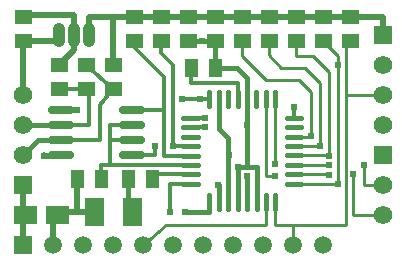
<source format=gbl>
G04 Layer: BottomLayer*
G04 EasyEDA v6.3.22, 2020-04-13T19:48:14+03:00*
G04 c1887ebba72c451f92d8c784103bdae8,b00fa10de7d64fab8ce431aff4cbea96,10*
G04 Gerber Generator version 0.2*
G04 Scale: 100 percent, Rotated: No, Reflected: No *
G04 Dimensions in inches *
G04 leading zeros omitted , absolute positions ,2 integer and 4 decimal *
%FSLAX24Y24*%
%MOIN*%
G90*
G70D02*

%ADD10C,0.010000*%
%ADD11C,0.012000*%
%ADD12C,0.016000*%
%ADD13C,0.020000*%
%ADD15C,0.024400*%
%ADD16C,0.024000*%
%ADD22C,0.062000*%
%ADD23R,0.062000X0.062000*%
%ADD24C,0.059000*%
%ADD25R,0.059000X0.059000*%
%ADD26C,0.039370*%
%ADD27C,0.009840*%
%ADD28C,0.017717*%
%ADD29C,0.027559*%

%LPD*%
G54D12*
G01X7114Y2019D02*
G01X7114Y2600D01*
G01X6800Y2019D02*
G01X6800Y1700D01*
G01X6000Y1700D01*
G54D11*
G01X6796Y5459D02*
G01X6500Y5459D01*
G01X9620Y4843D02*
G01X9620Y5200D01*
G01X9619Y5200D01*
G54D13*
G01X1744Y1600D02*
G01X1844Y1700D01*
G01X2969Y1700D01*
G54D11*
G01X3500Y4603D02*
G01X3500Y4090D01*
G54D13*
G01X3600Y6600D02*
G01X3600Y8200D01*
G01X600Y1600D02*
G01X600Y1600D01*
G01X600Y600D01*
G54D12*
G01X4100Y2800D02*
G01X4100Y1700D01*
G01X4230Y1700D01*
G01X6100Y7400D02*
G01X7000Y7400D01*
G54D13*
G01X6100Y8200D02*
G01X7000Y8200D01*
G01X5200Y8200D02*
G01X6100Y8200D01*
G01X11500Y8200D02*
G01X12600Y8200D01*
G01X12600Y7600D01*
G54D11*
G01X6180Y4519D02*
G01X6639Y4519D01*
G01X6169Y4840D02*
G01X6639Y4840D01*
G54D13*
G01X600Y1600D02*
G01X600Y1600D01*
G01X600Y2600D01*
G01X2400Y2800D02*
G01X2400Y1700D01*
G54D11*
G01X6170Y2951D02*
G01X5051Y2951D01*
G01X4900Y2800D01*
G01X3200Y2800D02*
G01X3200Y3265D01*
G01X3500Y3265D01*
G54D13*
G01X1850Y5089D02*
G01X2400Y5090D01*
G54D11*
G01X6170Y2639D02*
G01X5500Y2639D01*
G01X5500Y1700D01*
G01X3500Y4603D02*
G01X4230Y4603D01*
G01X4230Y3590D02*
G01X5000Y3590D01*
G01X5000Y3900D01*
G01X7741Y5460D02*
G01X7741Y6000D01*
G01X6200Y6000D01*
G01X6200Y6500D01*
G01X6169Y3265D02*
G01X3500Y3265D01*
G01X3500Y4090D01*
G01X4230Y4090D01*
G01X4230Y4590D02*
G01X4000Y4590D01*
G01X4000Y4600D01*
G01X6169Y3580D02*
G01X5300Y3580D01*
G01X4230Y5090D02*
G01X5298Y5090D01*
G01X5300Y5088D01*
G01X5300Y6200D02*
G01X4300Y7200D01*
G01X4300Y7400D01*
G01X5300Y3580D02*
G01X5300Y6200D01*
G01X5600Y6600D02*
G01X5200Y7000D01*
G01X5200Y7400D01*
G01X6169Y3894D02*
G01X5600Y3894D01*
G01X5600Y6600D01*
G54D13*
G01X4300Y8200D02*
G01X5200Y8200D01*
G01X4300Y8200D02*
G01X2800Y8200D01*
G54D12*
G01X7000Y7400D02*
G01X7000Y6500D01*
G01X8054Y5460D02*
G01X8054Y4605D01*
G01X8060Y4600D01*
G01X7000Y6500D02*
G01X7720Y6500D01*
G01X8060Y6159D01*
G01X8054Y5460D01*
G54D13*
G01X1859Y3580D02*
G01X1300Y3580D01*
G01X1300Y3600D01*
G54D12*
G01X8058Y2019D02*
G01X8058Y2900D01*
G01X8060Y2900D01*
G01X7744Y2019D02*
G01X7744Y3200D01*
G01X8373Y3200D01*
G01X8379Y3200D02*
G01X8380Y2019D01*
G54D10*
G01X9600Y600D02*
G01X9600Y1280D01*
G01X9200Y6500D02*
G01X10000Y6500D01*
G54D11*
G01X1800Y5800D02*
G01X2700Y5800D01*
G01X2700Y6600D02*
G01X3600Y5800D01*
G54D13*
G01X1800Y6600D02*
G01X2300Y7100D01*
G01X2300Y7600D01*
G01X600Y7400D02*
G01X1800Y7400D01*
G01X1800Y7600D01*
G01X600Y5600D02*
G01X600Y7400D01*
G01X600Y8280D02*
G01X2300Y8280D01*
G01X2300Y7600D01*
G01X2800Y7600D02*
G01X2800Y8200D01*
G54D11*
G01X1850Y4590D02*
G01X2800Y4590D01*
G01X2800Y5800D01*
G01X2700Y5800D01*
G01X1850Y4090D02*
G01X3140Y4090D01*
G01X3140Y5275D01*
G01X3600Y5800D01*
G54D12*
G01X600Y3600D02*
G01X1090Y4090D01*
G01X1850Y4090D01*
G01X600Y4600D02*
G01X1840Y4600D01*
G01X1850Y4590D01*
G54D10*
G01X8800Y6919D02*
G01X9200Y6500D01*
G01X7900Y6900D02*
G01X8700Y6100D01*
G01X9700Y7400D02*
G01X9700Y6900D01*
G01X8800Y7400D02*
G01X8800Y6919D01*
G01X7900Y7400D02*
G01X7900Y6900D01*
G01X8700Y2019D02*
G01X8700Y1280D01*
G01X5356Y1280D01*
G01X4600Y600D01*
G54D27*
G01X8680Y5459D02*
G01X8680Y2900D01*
G01X9000Y2900D01*
G54D10*
G01X9000Y5459D02*
G01X9000Y3300D01*
G01X11600Y2959D02*
G01X11600Y1600D01*
G01X12600Y1600D01*
G01X12600Y2600D02*
G01X11939Y2600D01*
G01X11939Y3259D01*
G01X11939Y3259D01*
G01X9619Y3584D02*
G01X10794Y3584D01*
G01X10800Y3580D01*
G54D13*
G01X10600Y8200D02*
G01X11500Y8200D01*
G01X9700Y8200D02*
G01X10600Y8200D01*
G01X8800Y8200D02*
G01X9700Y8200D01*
G01X7900Y8200D02*
G01X8800Y8200D01*
G01X7000Y8200D02*
G01X7900Y8200D01*
G54D10*
G01X9620Y3269D02*
G01X10750Y3269D01*
G01X10789Y3269D01*
G01X10800Y3259D01*
G01X9620Y2955D02*
G01X10785Y2955D01*
G01X10800Y2940D01*
G54D12*
G01X7430Y2019D02*
G01X7430Y4169D01*
G01X7119Y4480D01*
G01X7119Y5459D01*
G01X8060Y4600D02*
G01X8060Y3200D01*
G54D10*
G01X12600Y5600D02*
G01X11339Y5600D01*
G01X9620Y2639D02*
G01X11100Y2639D01*
G01X11100Y6900D01*
G01X10600Y7400D01*
G01X9003Y2019D02*
G01X9003Y1280D01*
G01X11339Y1280D01*
G01X11339Y7400D01*
G01X9619Y3898D02*
G01X10500Y3898D01*
G01X10500Y6000D01*
G01X10000Y6500D01*
G01X9619Y4213D02*
G01X10180Y4213D01*
G01X10180Y5700D01*
G01X9800Y6100D01*
G01X8700Y6100D01*
G01X10800Y3580D02*
G01X10800Y6360D01*
G01X10260Y6900D01*
G01X9700Y6900D01*
G54D13*
G01X1600Y600D02*
G01X1600Y1600D01*
G54D11*
G01X5900Y5459D02*
G01X6500Y5459D01*
G54D28*
G01X9856Y2640D02*
G01X9383Y2640D01*
G01X9856Y2955D02*
G01X9383Y2955D01*
G01X9856Y3269D02*
G01X9383Y3269D01*
G01X9856Y3584D02*
G01X9383Y3584D01*
G01X9856Y3898D02*
G01X9383Y3898D01*
G01X9856Y4213D02*
G01X9383Y4213D01*
G01X9856Y4528D02*
G01X9383Y4528D01*
G01X9856Y4844D02*
G01X9383Y4844D01*
G01X9000Y5696D02*
G01X9000Y5223D01*
G01X8685Y5696D02*
G01X8685Y5223D01*
G01X8369Y5696D02*
G01X8369Y5223D01*
G01X8055Y5696D02*
G01X8055Y5223D01*
G01X7740Y5696D02*
G01X7740Y5223D01*
G01X7426Y5696D02*
G01X7426Y5223D01*
G01X7110Y5696D02*
G01X7110Y5223D01*
G01X6796Y5696D02*
G01X6796Y5223D01*
G01X6406Y4840D02*
G01X5933Y4840D01*
G01X6406Y4525D02*
G01X5933Y4525D01*
G01X6406Y4209D02*
G01X5933Y4209D01*
G01X6406Y3894D02*
G01X5933Y3894D01*
G01X6406Y3580D02*
G01X5933Y3580D01*
G01X6406Y3265D02*
G01X5933Y3265D01*
G01X6406Y2951D02*
G01X5933Y2951D01*
G01X6406Y2636D02*
G01X5933Y2636D01*
G01X6800Y2256D02*
G01X6800Y1783D01*
G01X7114Y2256D02*
G01X7114Y1783D01*
G01X7430Y2256D02*
G01X7430Y1783D01*
G01X7744Y2256D02*
G01X7744Y1783D01*
G01X8059Y2256D02*
G01X8059Y1783D01*
G01X8373Y2256D02*
G01X8373Y1783D01*
G01X8689Y2256D02*
G01X8689Y1783D01*
G01X9003Y2256D02*
G01X9003Y1783D01*
G54D29*
G01X3934Y5090D02*
G01X4525Y5090D01*
G01X3934Y4590D02*
G01X4525Y4590D01*
G01X3934Y4090D02*
G01X4525Y4090D01*
G01X3934Y3590D02*
G01X4525Y3590D01*
G01X1554Y5090D02*
G01X2145Y5090D01*
G01X1554Y4590D02*
G01X2145Y4590D01*
G01X1554Y4090D02*
G01X2145Y4090D01*
G01X1554Y3590D02*
G01X2145Y3590D01*
G36*
G01X7227Y6788D02*
G01X6772Y6788D01*
G01X6772Y6211D01*
G01X7227Y6211D01*
G01X7227Y6788D01*
G37*
G36*
G01X6427Y6788D02*
G01X5972Y6788D01*
G01X5972Y6211D01*
G01X6427Y6211D01*
G01X6427Y6788D01*
G37*
G36*
G01X9410Y8428D02*
G01X9410Y7971D01*
G01X9989Y7971D01*
G01X9989Y8428D01*
G01X9410Y8428D01*
G37*
G36*
G01X9410Y7628D02*
G01X9410Y7171D01*
G01X9989Y7171D01*
G01X9989Y7628D01*
G01X9410Y7628D01*
G37*
G36*
G01X6710Y8428D02*
G01X6710Y7971D01*
G01X7289Y7971D01*
G01X7289Y8428D01*
G01X6710Y8428D01*
G37*
G36*
G01X6710Y7628D02*
G01X6710Y7171D01*
G01X7289Y7171D01*
G01X7289Y7628D01*
G01X6710Y7628D01*
G37*
G36*
G01X8510Y8428D02*
G01X8510Y7971D01*
G01X9089Y7971D01*
G01X9089Y8428D01*
G01X8510Y8428D01*
G37*
G36*
G01X8510Y7628D02*
G01X8510Y7171D01*
G01X9089Y7171D01*
G01X9089Y7628D01*
G01X8510Y7628D01*
G37*
G36*
G01X7610Y8428D02*
G01X7610Y7971D01*
G01X8189Y7971D01*
G01X8189Y8428D01*
G01X7610Y8428D01*
G37*
G36*
G01X7610Y7628D02*
G01X7610Y7171D01*
G01X8189Y7171D01*
G01X8189Y7628D01*
G01X7610Y7628D01*
G37*
G36*
G01X11210Y8428D02*
G01X11210Y7971D01*
G01X11789Y7971D01*
G01X11789Y8428D01*
G01X11210Y8428D01*
G37*
G36*
G01X11210Y7628D02*
G01X11210Y7171D01*
G01X11789Y7171D01*
G01X11789Y7628D01*
G01X11210Y7628D01*
G37*
G36*
G01X10310Y8428D02*
G01X10310Y7971D01*
G01X10889Y7971D01*
G01X10889Y8428D01*
G01X10310Y8428D01*
G37*
G36*
G01X10310Y7628D02*
G01X10310Y7171D01*
G01X10889Y7171D01*
G01X10889Y7628D01*
G01X10310Y7628D01*
G37*
G36*
G01X5810Y8428D02*
G01X5810Y7971D01*
G01X6389Y7971D01*
G01X6389Y8428D01*
G01X5810Y8428D01*
G37*
G36*
G01X5810Y7628D02*
G01X5810Y7171D01*
G01X6389Y7171D01*
G01X6389Y7628D01*
G01X5810Y7628D01*
G37*
G36*
G01X888Y7171D02*
G01X888Y7628D01*
G01X311Y7628D01*
G01X311Y7171D01*
G01X888Y7171D01*
G37*
G36*
G01X888Y7971D02*
G01X888Y8428D01*
G01X311Y8428D01*
G01X311Y7971D01*
G01X888Y7971D01*
G37*
G36*
G01X3871Y2511D02*
G01X4327Y2511D01*
G01X4327Y3088D01*
G01X3871Y3088D01*
G01X3871Y2511D01*
G37*
G36*
G01X4672Y2511D02*
G01X5127Y2511D01*
G01X5127Y3088D01*
G01X4672Y3088D01*
G01X4672Y2511D01*
G37*
G36*
G01X4544Y2171D02*
G01X3915Y2171D01*
G01X3915Y1228D01*
G01X4544Y1228D01*
G01X4544Y2171D01*
G37*
G36*
G01X3284Y2171D02*
G01X2655Y2171D01*
G01X2655Y1228D01*
G01X3284Y1228D01*
G01X3284Y2171D01*
G37*
G36*
G01X4589Y7180D02*
G01X4589Y7636D01*
G01X4011Y7636D01*
G01X4011Y7180D01*
G01X4589Y7180D01*
G37*
G36*
G01X4589Y7980D02*
G01X4589Y8436D01*
G01X4011Y8436D01*
G01X4011Y7980D01*
G01X4589Y7980D01*
G37*
G36*
G01X4910Y8428D02*
G01X4910Y7971D01*
G01X5489Y7971D01*
G01X5489Y8428D01*
G01X4910Y8428D01*
G37*
G36*
G01X4910Y7628D02*
G01X4910Y7171D01*
G01X5489Y7171D01*
G01X5489Y7628D01*
G01X4910Y7628D01*
G37*
G36*
G01X3888Y5571D02*
G01X3888Y6028D01*
G01X3311Y6028D01*
G01X3311Y5571D01*
G01X3888Y5571D01*
G37*
G36*
G01X3888Y6371D02*
G01X3888Y6828D01*
G01X3311Y6828D01*
G01X3311Y6371D01*
G01X3888Y6371D01*
G37*
G36*
G01X2988Y5571D02*
G01X2988Y6028D01*
G01X2411Y6028D01*
G01X2411Y5571D01*
G01X2988Y5571D01*
G37*
G36*
G01X2988Y6371D02*
G01X2988Y6828D01*
G01X2411Y6828D01*
G01X2411Y6371D01*
G01X2988Y6371D01*
G37*
G36*
G01X2088Y5571D02*
G01X2088Y6028D01*
G01X1511Y6028D01*
G01X1511Y5571D01*
G01X2088Y5571D01*
G37*
G36*
G01X2088Y6371D02*
G01X2088Y6828D01*
G01X1511Y6828D01*
G01X1511Y6371D01*
G01X2088Y6371D01*
G37*
G36*
G01X3428Y3088D02*
G01X2971Y3088D01*
G01X2971Y2511D01*
G01X3428Y2511D01*
G01X3428Y3088D01*
G37*
G36*
G01X2628Y3088D02*
G01X2171Y3088D01*
G01X2171Y2511D01*
G01X2628Y2511D01*
G01X2628Y3088D01*
G37*
G36*
G01X2128Y1895D02*
G01X1360Y1895D01*
G01X1360Y1304D01*
G01X2128Y1304D01*
G01X2128Y1895D01*
G37*
G36*
G01X1045Y1895D02*
G01X278Y1895D01*
G01X278Y1304D01*
G01X1045Y1304D01*
G01X1045Y1895D01*
G37*
G54D22*
G01X12600Y1600D03*
G01X12600Y2600D03*
G54D23*
G01X12600Y3600D03*
G01X12600Y7600D03*
G54D22*
G01X12600Y6600D03*
G01X12600Y5600D03*
G01X12600Y4600D03*
G54D24*
G01X10600Y600D03*
G01X9600Y600D03*
G01X8600Y600D03*
G01X7600Y600D03*
G01X6600Y600D03*
G01X5600Y600D03*
G01X4600Y600D03*
G01X3600Y600D03*
G01X2600Y600D03*
G01X1600Y600D03*
G54D25*
G01X600Y600D03*
G54D23*
G01X600Y2600D03*
G54D22*
G01X600Y3600D03*
G01X600Y4600D03*
G01X600Y5600D03*
G54D15*
G01X8060Y4600D03*
G01X11100Y6600D03*
G01X10800Y3580D03*
G01X11939Y3259D03*
G01X10800Y3259D03*
G01X10800Y2940D03*
G01X11600Y2959D03*
G01X11100Y2640D03*
G01X10500Y3900D03*
G01X10180Y4219D03*
G01X9000Y3300D03*
G01X9000Y2900D03*
G01X8060Y2900D03*
G01X7439Y3600D03*
G01X1300Y3580D03*
G01X6556Y7400D03*
G01X5500Y1700D03*
G01X2400Y5090D03*
G01X6639Y4519D03*
G01X6639Y4840D03*
G01X6500Y5459D03*
G54D16*
G01X2400Y2340D03*
G01X9619Y5200D03*
G01X5900Y5459D03*
G54D15*
G01X5000Y3900D03*
G01X5600Y3900D03*
G54D16*
G01X6000Y1700D03*
G01X7100Y2600D03*
G01X7760Y3200D03*
G54D26*
G01X2800Y7796D02*
G01X2800Y7403D01*
G01X2300Y7796D02*
G01X2300Y7403D01*
G01X1800Y7796D02*
G01X1800Y7403D01*
M00*
M02*

</source>
